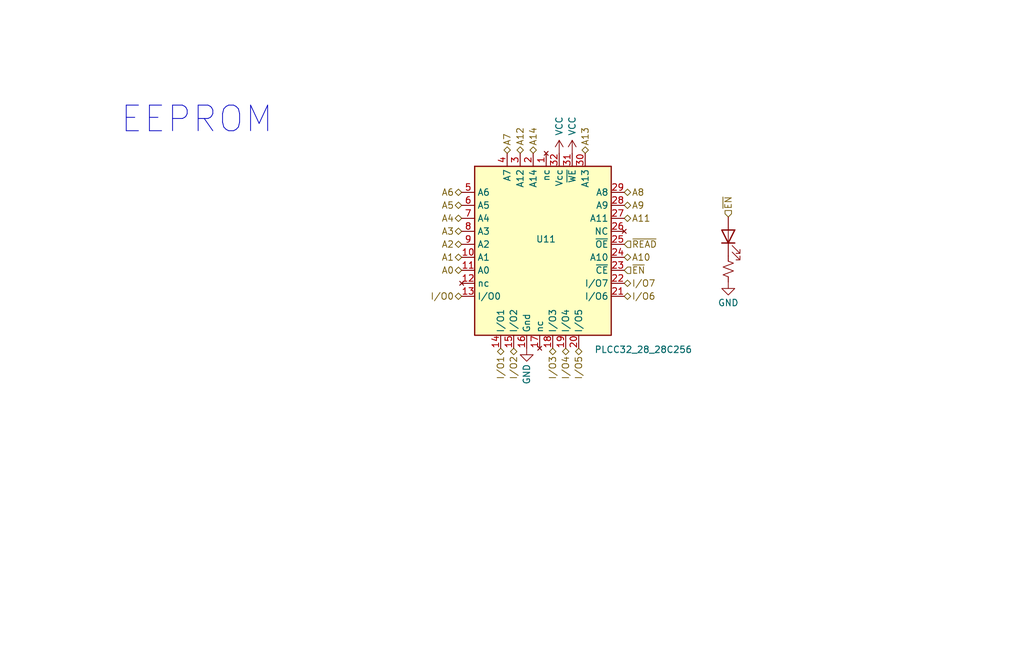
<source format=kicad_sch>
(kicad_sch (version 20211123) (generator eeschema)
  (paper "User" 200 129.997)
  (lib_symbols
    (symbol "Device:LED" (pin_numbers hide) (pin_names (offset 1.016) hide)
      (property "Reference" "D" (at 0 2.54 0))
      (property "Value" "LED" (at 0 -2.54 0))
      (symbol "LED_0_1"
        (polyline (pts (xy -1.27 -1.27) (xy -1.27 1.27)) (stroke (width 0.254)))
        (polyline (pts (xy -1.27 0) (xy 1.27 0)))
        (polyline (pts (xy 1.27 -1.27) (xy 1.27 1.27) (xy -1.27 0) (xy 1.27 -1.27)) (stroke (width 0.254)))
        (polyline (pts (xy -3.048 -0.762) (xy -4.572 -2.286) (xy -3.81 -2.286) (xy -4.572 -2.286) (xy -4.572 -1.524)))
        (polyline (pts (xy -1.778 -0.762) (xy -3.302 -2.286) (xy -2.54 -2.286) (xy -3.302 -2.286) (xy -3.302 -1.524)))
      )
      (symbol "LED_1_1"
        (pin passive line (at -3.81 0 0) (length 2.54) (name "K") (number "1"))
        (pin passive line (at 3.81 0 180) (length 2.54) (name "A") (number "2"))
      )
    )
    (symbol "Device:R_Small_US" (pin_numbers hide) (pin_names (offset 0.254) hide)
      (property "Reference" "R" (at 0.762 0.508 0))
      (property "Value" "R_Small_US" (at 0.762 -1.016 0))
      (symbol "R_Small_US_1_1"
        (polyline (pts (xy 0 0) (xy 1.016 -0.381) (xy 0 -0.762) (xy -1.016 -1.143) (xy 0 -1.524)))
        (polyline (pts (xy 0 1.524) (xy 1.016 1.143) (xy 0 0.762) (xy -1.016 0.381) (xy 0 0)))
        (pin passive line (at 0 2.54 270) (length 1.016) (name "~") (number "1"))
        (pin passive line (at 0 -2.54 90) (length 1.016) (name "~") (number "2"))
      )
    )
    (symbol "Stephen:PLCC32_28_28C256"
      (property "Reference" "U?" (at 10.9094 21.082 0))
      (property "Value" "PLCC32_28_28C256" (at 10.9094 18.542 0))
      (symbol "PLCC32_28_28C256_1_1"
        (rectangle (start -12.7 15.24) (end 13.97 -17.78) (stroke (width 0.254)) (fill (type background)))
        (pin no_connect line (at 1.27 17.78 270) (length 2.54) (name "nc") (number "1"))
        (pin input line (at -15.24 -2.54 0) (length 2.54) (name "A1") (number "10"))
        (pin input line (at -15.24 -5.08 0) (length 2.54) (name "A0") (number "11"))
        (pin no_connect line (at -15.24 -7.62 0) (length 2.54) (name "nc") (number "12"))
        (pin bidirectional line (at -15.24 -10.16 0) (length 2.54) (name "I/O0") (number "13"))
        (pin bidirectional line (at -7.62 -20.32 90) (length 2.54) (name "I/O1") (number "14"))
        (pin bidirectional line (at -5.08 -20.32 90) (length 2.54) (name "I/O2") (number "15"))
        (pin power_in line (at -2.54 -20.32 90) (length 2.54) (name "Gnd") (number "16"))
        (pin no_connect line (at 0 -20.32 90) (length 2.54) (name "nc") (number "17"))
        (pin bidirectional line (at 2.54 -20.32 90) (length 2.54) (name "I/O3") (number "18"))
        (pin bidirectional line (at 5.08 -20.32 90) (length 2.54) (name "I/O4") (number "19"))
        (pin input line (at -1.27 17.78 270) (length 2.54) (name "A14") (number "2"))
        (pin bidirectional line (at 7.62 -20.32 90) (length 2.54) (name "I/O5") (number "20"))
        (pin bidirectional line (at 16.51 -10.16 180) (length 2.54) (name "I/O6") (number "21"))
        (pin bidirectional line (at 16.51 -7.62 180) (length 2.54) (name "I/O7") (number "22"))
        (pin input line (at 16.51 -5.08 180) (length 2.54) (name "~{CE}") (number "23"))
        (pin input line (at 16.51 -2.54 180) (length 2.54) (name "A10") (number "24"))
        (pin input line (at 16.51 0 180) (length 2.54) (name "~{OE}") (number "25"))
        (pin no_connect line (at 16.51 2.54 180) (length 2.54) (name "NC") (number "26"))
        (pin input line (at 16.51 5.08 180) (length 2.54) (name "A11") (number "27"))
        (pin input line (at 16.51 7.62 180) (length 2.54) (name "A9") (number "28"))
        (pin input line (at 16.51 10.16 180) (length 2.54) (name "A8") (number "29"))
        (pin input line (at -3.81 17.78 270) (length 2.54) (name "A12") (number "3"))
        (pin input line (at 8.89 17.78 270) (length 2.54) (name "A13") (number "30"))
        (pin input line (at 6.35 17.78 270) (length 2.54) (name "~{WE}") (number "31"))
        (pin power_in line (at 3.81 17.78 270) (length 2.54) (name "Vcc") (number "32"))
        (pin input line (at -6.35 17.78 270) (length 2.54) (name "A7") (number "4"))
        (pin input line (at -15.24 10.16 0) (length 2.54) (name "A6") (number "5"))
        (pin input line (at -15.24 7.62 0) (length 2.54) (name "A5") (number "6"))
        (pin input line (at -15.24 5.08 0) (length 2.54) (name "A4") (number "7"))
        (pin input line (at -15.24 2.54 0) (length 2.54) (name "A3") (number "8"))
        (pin input line (at -15.24 0 0) (length 2.54) (name "A2") (number "9"))
      )
    )
    (symbol "power:GND" (power) (pin_names (offset 0))
      (property "Value" "GND" (at 0 -3.81 0))
      (symbol "GND_0_1"
        (polyline (pts (xy 0 0) (xy 0 -1.27) (xy 1.27 -1.27) (xy 0 -2.54) (xy -1.27 -1.27) (xy 0 -1.27)))
      )
      (symbol "GND_1_1"
        (pin power_in line (at 0 0 270) (length 0) hide (name "GND") (number "1"))
      )
    )
    (symbol "power:VCC" (power) (pin_names (offset 0))
      (property "Value" "VCC" (at 0 3.81 0))
      (symbol "VCC_0_1"
        (polyline (pts (xy -0.762 1.27) (xy 0 2.54)))
        (polyline (pts (xy 0 0) (xy 0 2.54)))
        (polyline (pts (xy 0 2.54) (xy 0.762 1.27)))
      )
      (symbol "VCC_1_1"
        (pin power_in line (at 0 0 90) (length 0) hide (name "VCC") (number "1"))
      )
    )
  )
  (text "EEPROM" (at 23.368 26.416 0) (effects (font (size 5 5)) (justify left bottom)))
  (hierarchical_label "A9" (shape tri_state) (at 121.92 40.132 0))
  (hierarchical_label "A13" (shape tri_state) (at 114.3 29.972 90))
  (hierarchical_label "I{slash}O5" (shape bidirectional) (at 113.03 68.072 270))
  (hierarchical_label "A4" (shape tri_state) (at 90.17 42.672 180))
  (hierarchical_label "A5" (shape tri_state) (at 90.17 40.132 180))
  (hierarchical_label "I{slash}O4" (shape bidirectional) (at 110.49 68.072 270))
  (hierarchical_label "A2" (shape tri_state) (at 90.17 47.752 180))
  (hierarchical_label "A12" (shape tri_state) (at 101.6 29.972 90))
  (hierarchical_label "I{slash}O1" (shape bidirectional) (at 97.79 68.072 270))
  (hierarchical_label "A10" (shape tri_state) (at 121.92 50.292 0))
  (hierarchical_label "I{slash}O6" (shape bidirectional) (at 121.92 57.912 0))
  (hierarchical_label "A7" (shape tri_state) (at 99.06 29.972 90))
  (hierarchical_label "A3" (shape tri_state) (at 90.17 45.212 180))
  (hierarchical_label "~{READ}" (shape input) (at 121.92 47.752 0))
  (hierarchical_label "A6" (shape tri_state) (at 90.17 37.592 180))
  (hierarchical_label "I{slash}O3" (shape bidirectional) (at 107.95 68.072 270))
  (hierarchical_label "I{slash}O2" (shape bidirectional) (at 100.33 68.072 270))
  (hierarchical_label "~{EN}" (shape input) (at 142.24 42.418 90))
  (hierarchical_label "A14" (shape tri_state) (at 104.14 29.972 90))
  (hierarchical_label "A11" (shape tri_state) (at 121.92 42.672 0))
  (hierarchical_label "~{EN}" (shape input) (at 121.92 52.832 0))
  (hierarchical_label "A8" (shape tri_state) (at 121.92 37.592 0))
  (hierarchical_label "A1" (shape tri_state) (at 90.17 50.292 180))
  (hierarchical_label "I{slash}O0" (shape bidirectional) (at 90.17 57.912 180))
  (hierarchical_label "A0" (shape tri_state) (at 90.17 52.832 180))
  (hierarchical_label "I{slash}O7" (shape bidirectional) (at 121.92 55.372 0))
  (symbol (lib_id "power:GND") (at 102.87 68.072 0) (unit 1)
    (property "Reference" "#PWR054" (effects hide))
    (property "Value" "GND" (at 102.87 73.152 90))
  )
  (symbol (lib_id "Device:LED") (at 142.24 46.228 90) (unit 1)
    (property "Reference" "D34" (effects hide))
    (property "Value" "LED" (effects hide))
    (property "Footprint" "LED_SMD:LED_0805_2012Metric" (effects hide))
  )
  (symbol (lib_id "Stephen:PLCC32_28_28C256") (at 105.41 47.752 0) (unit 1)
    (property "Reference" "U11" (at 104.648 46.736 0) (effects (justify left)))
    (property "Value" "PLCC32_28_28C256" (at 116.078 68.326 0) (effects (justify left)))
    (property "Footprint" "Stephenv6:PLCC-32-SOCKET-Microchip-32J-10_2001-B-IPC_A" (effects hide))
    (property "Datasheet" "http://ww1.microchip.com/downloads/en/DeviceDoc/doc0006.pdf" (effects hide))
  )
  (symbol (lib_id "power:VCC") (at 109.22 29.972 0) (unit 1)
    (property "Reference" "#PWR055" (effects hide))
    (property "Value" "VCC" (at 109.22 24.638 90))
  )
  (symbol (lib_id "power:VCC") (at 111.76 29.972 0) (unit 1)
    (property "Reference" "#PWR056" (effects hide))
    (property "Value" "VCC" (at 111.76 24.638 90))
  )
  (symbol (lib_id "Device:R_Small_US") (at 142.24 52.578 180) (unit 1)
    (property "Reference" "R35" (effects hide))
    (property "Value" "R_Small_US" (effects hide))
    (property "Footprint" "Resistor_SMD:R_0805_2012Metric" (effects hide))
  )
  (symbol (lib_id "power:GND") (at 142.24 55.118 0) (unit 1)
    (property "Reference" "#PWR057" (effects hide))
    (property "Value" "GND" (at 142.24 59.182 0))
  )
)
</source>
